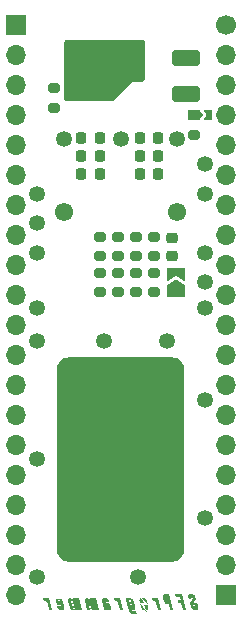
<source format=gbs>
G04 #@! TF.GenerationSoftware,KiCad,Pcbnew,7.0.8*
G04 #@! TF.CreationDate,2023-10-08T00:05:14-04:00*
G04 #@! TF.ProjectId,sfp-snoop,7366702d-736e-46f6-9f70-2e6b69636164,rev?*
G04 #@! TF.SameCoordinates,Original*
G04 #@! TF.FileFunction,Soldermask,Bot*
G04 #@! TF.FilePolarity,Negative*
%FSLAX46Y46*%
G04 Gerber Fmt 4.6, Leading zero omitted, Abs format (unit mm)*
G04 Created by KiCad (PCBNEW 7.0.8) date 2023-10-08 00:05:14*
%MOMM*%
%LPD*%
G01*
G04 APERTURE LIST*
G04 Aperture macros list*
%AMRoundRect*
0 Rectangle with rounded corners*
0 $1 Rounding radius*
0 $2 $3 $4 $5 $6 $7 $8 $9 X,Y pos of 4 corners*
0 Add a 4 corners polygon primitive as box body*
4,1,4,$2,$3,$4,$5,$6,$7,$8,$9,$2,$3,0*
0 Add four circle primitives for the rounded corners*
1,1,$1+$1,$2,$3*
1,1,$1+$1,$4,$5*
1,1,$1+$1,$6,$7*
1,1,$1+$1,$8,$9*
0 Add four rect primitives between the rounded corners*
20,1,$1+$1,$2,$3,$4,$5,0*
20,1,$1+$1,$4,$5,$6,$7,0*
20,1,$1+$1,$6,$7,$8,$9,0*
20,1,$1+$1,$8,$9,$2,$3,0*%
%AMFreePoly0*
4,1,6,1.000000,0.000000,0.500000,-0.750000,-0.500000,-0.750000,-0.500000,0.750000,0.500000,0.750000,1.000000,0.000000,1.000000,0.000000,$1*%
%AMFreePoly1*
4,1,6,0.500000,-0.750000,-0.650000,-0.750000,-0.150000,0.000000,-0.650000,0.750000,0.500000,0.750000,0.500000,-0.750000,0.500000,-0.750000,$1*%
%AMFreePoly2*
4,1,6,0.400000,-0.475000,0.000000,-0.750000,-0.400000,-0.475000,-0.400000,0.475000,0.400000,0.475000,0.400000,-0.475000,0.400000,-0.475000,$1*%
%AMFreePoly3*
4,1,6,0.400000,-0.475000,0.000000,-0.200000,-0.400000,-0.475000,-0.400000,0.275000,0.400000,0.275000,0.400000,-0.475000,0.400000,-0.475000,$1*%
G04 Aperture macros list end*
%ADD10C,0.200000*%
%ADD11C,1.700000*%
%ADD12O,1.700000X1.700000*%
%ADD13R,1.700000X1.700000*%
%ADD14C,1.550000*%
%ADD15C,1.350000*%
%ADD16RoundRect,0.225000X0.225000X0.250000X-0.225000X0.250000X-0.225000X-0.250000X0.225000X-0.250000X0*%
%ADD17RoundRect,0.200000X0.275000X-0.200000X0.275000X0.200000X-0.275000X0.200000X-0.275000X-0.200000X0*%
%ADD18RoundRect,0.200000X-0.275000X0.200000X-0.275000X-0.200000X0.275000X-0.200000X0.275000X0.200000X0*%
%ADD19RoundRect,0.225000X0.250000X-0.225000X0.250000X0.225000X-0.250000X0.225000X-0.250000X-0.225000X0*%
%ADD20RoundRect,0.225000X-0.225000X-0.250000X0.225000X-0.250000X0.225000X0.250000X-0.225000X0.250000X0*%
%ADD21RoundRect,0.250000X-0.925000X0.412500X-0.925000X-0.412500X0.925000X-0.412500X0.925000X0.412500X0*%
%ADD22FreePoly0,90.000000*%
%ADD23FreePoly1,90.000000*%
%ADD24FreePoly2,90.000000*%
%ADD25FreePoly3,270.000000*%
G04 APERTURE END LIST*
D10*
G36*
X144186609Y-112125162D02*
G01*
X144440653Y-112125162D01*
X144409014Y-112000156D01*
X144394435Y-111921989D01*
X144401259Y-111914544D01*
X144414094Y-111911626D01*
X144426522Y-111910637D01*
X144429176Y-111910512D01*
X144441656Y-111910936D01*
X144454620Y-111912755D01*
X144461435Y-111914854D01*
X144472238Y-111921652D01*
X144478496Y-111928193D01*
X144483627Y-111939679D01*
X144487724Y-111952387D01*
X144491721Y-111966309D01*
X144495300Y-111979628D01*
X144499219Y-111994885D01*
X144502380Y-112007601D01*
X144503933Y-112021449D01*
X144505219Y-112034147D01*
X144506518Y-112049288D01*
X144507342Y-112062384D01*
X144507704Y-112075878D01*
X144506964Y-112089400D01*
X144505172Y-112096004D01*
X144498793Y-112107141D01*
X144491868Y-112117869D01*
X144490903Y-112119269D01*
X144483001Y-112131414D01*
X144475306Y-112143267D01*
X144467818Y-112154828D01*
X144460539Y-112166097D01*
X144453467Y-112177074D01*
X144446603Y-112187760D01*
X144433499Y-112208254D01*
X144421226Y-112227580D01*
X144409784Y-112245738D01*
X144399174Y-112262728D01*
X144389394Y-112278550D01*
X144380446Y-112293204D01*
X144372329Y-112306690D01*
X144365043Y-112319008D01*
X144358589Y-112330158D01*
X144350465Y-112344693D01*
X144344212Y-112356599D01*
X144341082Y-112363077D01*
X144335921Y-112375198D01*
X144331447Y-112387989D01*
X144327662Y-112401448D01*
X144324565Y-112415576D01*
X144322156Y-112430373D01*
X144320435Y-112445839D01*
X144319403Y-112461973D01*
X144319081Y-112474513D01*
X144319059Y-112478777D01*
X144319293Y-112492001D01*
X144319997Y-112505967D01*
X144321169Y-112520674D01*
X144322810Y-112536123D01*
X144324920Y-112552313D01*
X144327500Y-112569245D01*
X144330547Y-112586919D01*
X144332840Y-112599113D01*
X144335341Y-112611637D01*
X144338050Y-112624490D01*
X144340968Y-112637673D01*
X144344094Y-112651186D01*
X144345735Y-112658066D01*
X144351768Y-112681483D01*
X144357770Y-112703887D01*
X144363739Y-112725277D01*
X144369678Y-112745655D01*
X144375585Y-112765020D01*
X144381460Y-112783372D01*
X144387304Y-112800711D01*
X144393116Y-112817037D01*
X144398897Y-112832351D01*
X144404647Y-112846651D01*
X144410365Y-112859938D01*
X144416051Y-112872212D01*
X144421706Y-112883473D01*
X144430129Y-112898466D01*
X144438482Y-112911180D01*
X144447112Y-112922692D01*
X144456021Y-112933615D01*
X144465207Y-112943949D01*
X144474672Y-112953695D01*
X144484415Y-112962851D01*
X144494435Y-112971419D01*
X144504734Y-112979398D01*
X144515311Y-112986788D01*
X144526166Y-112993589D01*
X144537300Y-112999801D01*
X144544876Y-113003616D01*
X144557330Y-113010600D01*
X144570961Y-113016898D01*
X144585770Y-113022509D01*
X144601757Y-113027432D01*
X144618922Y-113031669D01*
X144637264Y-113035219D01*
X144650146Y-113037203D01*
X144663552Y-113038883D01*
X144677482Y-113040257D01*
X144691935Y-113041325D01*
X144706911Y-113042089D01*
X144722411Y-113042547D01*
X144738434Y-113042700D01*
X144754182Y-113042553D01*
X144769244Y-113042113D01*
X144783621Y-113041380D01*
X144797311Y-113040354D01*
X144810316Y-113039034D01*
X144822635Y-113037421D01*
X144839828Y-113034453D01*
X144855478Y-113030824D01*
X144869584Y-113026535D01*
X144882148Y-113021587D01*
X144896499Y-113013963D01*
X144908107Y-113005167D01*
X144919821Y-112996937D01*
X144930460Y-112987602D01*
X144940022Y-112977163D01*
X144948509Y-112965618D01*
X144955919Y-112952968D01*
X144962254Y-112939213D01*
X144967513Y-112924353D01*
X144971695Y-112908388D01*
X144973567Y-112895416D01*
X144974414Y-112880231D01*
X144974236Y-112862832D01*
X144973548Y-112850003D01*
X144972404Y-112836190D01*
X144970805Y-112821393D01*
X144968750Y-112805612D01*
X144966239Y-112788847D01*
X144963273Y-112771099D01*
X144959851Y-112752366D01*
X144955974Y-112732650D01*
X144951641Y-112711950D01*
X144946852Y-112690265D01*
X144941608Y-112667597D01*
X144938815Y-112655895D01*
X144896940Y-112486842D01*
X144644757Y-112486842D01*
X144711758Y-112754845D01*
X144711758Y-112767365D01*
X144711758Y-112772525D01*
X144703072Y-112781211D01*
X144691033Y-112784722D01*
X144677773Y-112785536D01*
X144675155Y-112785553D01*
X144662590Y-112785220D01*
X144649681Y-112783634D01*
X144644757Y-112782141D01*
X144634305Y-112774571D01*
X144628937Y-112769113D01*
X144622758Y-112758087D01*
X144620562Y-112752053D01*
X144583650Y-112598820D01*
X144580674Y-112585870D01*
X144577910Y-112573542D01*
X144574556Y-112558071D01*
X144571580Y-112543706D01*
X144568982Y-112530445D01*
X144566267Y-112515423D01*
X144564142Y-112502128D01*
X144562867Y-112492735D01*
X144563473Y-112479395D01*
X144565799Y-112467065D01*
X144569071Y-112459855D01*
X144575925Y-112449268D01*
X144582409Y-112438763D01*
X144592253Y-112423437D01*
X144601815Y-112408481D01*
X144611097Y-112393892D01*
X144620097Y-112379672D01*
X144628816Y-112365820D01*
X144637254Y-112352336D01*
X144645411Y-112339221D01*
X144653287Y-112326474D01*
X144660882Y-112314096D01*
X144668195Y-112302086D01*
X144675228Y-112290444D01*
X144681979Y-112279171D01*
X144688450Y-112268266D01*
X144700547Y-112247561D01*
X144711520Y-112228329D01*
X144721369Y-112210571D01*
X144730093Y-112194286D01*
X144737692Y-112179474D01*
X144744167Y-112166136D01*
X144749518Y-112154271D01*
X144755436Y-112139237D01*
X144757976Y-112131056D01*
X144761344Y-112117514D01*
X144763695Y-112103255D01*
X144765028Y-112088279D01*
X144765343Y-112072585D01*
X144764640Y-112056174D01*
X144763445Y-112043395D01*
X144761677Y-112030213D01*
X144759337Y-112016627D01*
X144756425Y-112002638D01*
X144732850Y-111912373D01*
X144728561Y-111898618D01*
X144723448Y-111884960D01*
X144717511Y-111871399D01*
X144710749Y-111857935D01*
X144703164Y-111844568D01*
X144694755Y-111831297D01*
X144685522Y-111818124D01*
X144675465Y-111805048D01*
X144666885Y-111795146D01*
X144658010Y-111785680D01*
X144648841Y-111776651D01*
X144639377Y-111768058D01*
X144629619Y-111759901D01*
X144619566Y-111752180D01*
X144609219Y-111744895D01*
X144598578Y-111738047D01*
X144587642Y-111731635D01*
X144576411Y-111725659D01*
X144568761Y-111721917D01*
X144556363Y-111716706D01*
X144542781Y-111712008D01*
X144528017Y-111707822D01*
X144512069Y-111704149D01*
X144494938Y-111700989D01*
X144476624Y-111698340D01*
X144463757Y-111696860D01*
X144450364Y-111695607D01*
X144436446Y-111694582D01*
X144422002Y-111693785D01*
X144407031Y-111693215D01*
X144391535Y-111692873D01*
X144375513Y-111692760D01*
X144360012Y-111692867D01*
X144345149Y-111693191D01*
X144330922Y-111693730D01*
X144317334Y-111694485D01*
X144304382Y-111695455D01*
X144286150Y-111697316D01*
X144269351Y-111699661D01*
X144253987Y-111702492D01*
X144240057Y-111705808D01*
X144227560Y-111709609D01*
X144213129Y-111715433D01*
X144203979Y-111720366D01*
X144192352Y-111728368D01*
X144181665Y-111737175D01*
X144171918Y-111746786D01*
X144163112Y-111757201D01*
X144155246Y-111768421D01*
X144148320Y-111780446D01*
X144142334Y-111793275D01*
X144137289Y-111806909D01*
X144133881Y-111821241D01*
X144131880Y-111837559D01*
X144131301Y-111851103D01*
X144131513Y-111865763D01*
X144132515Y-111881542D01*
X144134308Y-111898439D01*
X144136891Y-111916453D01*
X144139053Y-111929083D01*
X144141566Y-111942211D01*
X144144430Y-111955835D01*
X144147646Y-111969956D01*
X144149386Y-111977202D01*
X144186609Y-112125162D01*
G37*
G36*
X143026814Y-111692760D02*
G01*
X143080477Y-111911132D01*
X143426027Y-111911132D01*
X143506986Y-112228765D01*
X143239603Y-112228765D01*
X143297609Y-112466990D01*
X143564991Y-112466990D01*
X143709849Y-113042700D01*
X143963893Y-113042700D01*
X143624547Y-111692760D01*
X143026814Y-111692760D01*
G37*
G36*
X142890641Y-113042700D02*
G01*
X142636597Y-113042700D01*
X142507869Y-112526856D01*
X142506357Y-112528892D01*
X142496082Y-112536162D01*
X142483989Y-112543214D01*
X142471596Y-112549325D01*
X142458903Y-112554497D01*
X142445909Y-112558728D01*
X142432614Y-112562019D01*
X142419019Y-112564370D01*
X142405124Y-112565780D01*
X142390928Y-112566250D01*
X142377289Y-112565824D01*
X142363515Y-112564544D01*
X142349605Y-112562412D01*
X142335559Y-112559426D01*
X142321378Y-112555587D01*
X142307061Y-112550896D01*
X142292608Y-112545351D01*
X142278019Y-112538954D01*
X142270481Y-112535093D01*
X142259406Y-112528930D01*
X142248609Y-112522320D01*
X142238091Y-112515262D01*
X142227850Y-112507758D01*
X142217887Y-112499806D01*
X142208203Y-112491407D01*
X142198796Y-112482562D01*
X142189668Y-112473269D01*
X142180817Y-112463529D01*
X142172245Y-112453342D01*
X142166964Y-112446582D01*
X142159453Y-112436392D01*
X142152432Y-112426142D01*
X142143834Y-112412382D01*
X142136108Y-112398516D01*
X142129255Y-112384543D01*
X142123274Y-112370463D01*
X142118166Y-112356277D01*
X142113930Y-112341984D01*
X142015733Y-111941531D01*
X142267473Y-111941531D01*
X142351224Y-112274983D01*
X142353266Y-112280248D01*
X142360219Y-112291113D01*
X142366776Y-112297855D01*
X142377280Y-112304761D01*
X142382868Y-112306411D01*
X142395273Y-112307840D01*
X142408298Y-112308173D01*
X142413722Y-112308110D01*
X142426187Y-112307287D01*
X142438387Y-112304141D01*
X142446141Y-112294525D01*
X142446141Y-112290337D01*
X142446141Y-112277775D01*
X142352464Y-111911132D01*
X142303765Y-111911132D01*
X142300962Y-111911221D01*
X142287930Y-111912097D01*
X142274917Y-111915165D01*
X142267473Y-111924160D01*
X142267473Y-111928619D01*
X142267473Y-111941531D01*
X142015733Y-111941531D01*
X142010637Y-111920748D01*
X142007908Y-111906504D01*
X142006081Y-111892308D01*
X142005155Y-111878160D01*
X142005131Y-111864061D01*
X142006008Y-111850011D01*
X142007787Y-111836008D01*
X142010467Y-111822055D01*
X142014049Y-111808150D01*
X142018949Y-111794230D01*
X142024809Y-111781163D01*
X142031628Y-111768950D01*
X142039407Y-111757589D01*
X142048145Y-111747081D01*
X142057844Y-111737427D01*
X142068501Y-111728625D01*
X142080119Y-111720676D01*
X142091707Y-111714133D01*
X142103519Y-111708463D01*
X142115553Y-111703665D01*
X142127810Y-111699739D01*
X142140291Y-111696685D01*
X142152994Y-111694504D01*
X142165920Y-111693196D01*
X142179069Y-111692760D01*
X142553156Y-111692760D01*
X142890641Y-113042700D01*
G37*
G36*
X141116984Y-112289252D02*
G01*
X141130749Y-112286750D01*
X141144513Y-112284672D01*
X141158278Y-112283018D01*
X141172042Y-112281788D01*
X141185807Y-112280982D01*
X141199572Y-112280600D01*
X141205077Y-112280567D01*
X141218791Y-112281180D01*
X141232595Y-112283020D01*
X141246489Y-112286087D01*
X141260475Y-112290381D01*
X141274552Y-112295902D01*
X141285879Y-112301202D01*
X141294412Y-112305692D01*
X141305331Y-112311934D01*
X141317849Y-112319628D01*
X141329110Y-112327201D01*
X141339114Y-112334653D01*
X141349460Y-112343435D01*
X141359241Y-112353461D01*
X141367195Y-112363069D01*
X141375158Y-112373649D01*
X141382680Y-112385042D01*
X141388089Y-112394716D01*
X141393249Y-112406461D01*
X141397713Y-112419043D01*
X141401524Y-112431706D01*
X141404719Y-112443789D01*
X141405769Y-112448068D01*
X141553419Y-113042700D01*
X141807463Y-113042700D01*
X141561174Y-112050097D01*
X141324500Y-112050097D01*
X141366686Y-112179755D01*
X141361031Y-112166903D01*
X141354886Y-112154634D01*
X141348251Y-112142948D01*
X141341124Y-112131846D01*
X141333507Y-112121327D01*
X141325399Y-112111391D01*
X141316800Y-112102039D01*
X141307711Y-112093271D01*
X141298131Y-112085086D01*
X141288060Y-112077484D01*
X141281074Y-112072740D01*
X141270398Y-112066076D01*
X141256061Y-112057986D01*
X141241608Y-112050808D01*
X141227039Y-112044542D01*
X141212354Y-112039186D01*
X141197552Y-112034742D01*
X141182634Y-112031208D01*
X141167599Y-112028586D01*
X141163822Y-112028073D01*
X141148841Y-112026256D01*
X141134141Y-112024681D01*
X141119722Y-112023348D01*
X141105585Y-112022257D01*
X141091728Y-112021409D01*
X141078152Y-112020803D01*
X141064858Y-112020440D01*
X141051844Y-112020318D01*
X141116984Y-112289252D01*
G37*
G36*
X140103598Y-112051027D02*
G01*
X140092047Y-112056873D01*
X140085607Y-112060643D01*
X140074063Y-112068727D01*
X140063468Y-112077626D01*
X140053823Y-112087339D01*
X140045128Y-112097866D01*
X140037383Y-112109207D01*
X140030588Y-112121362D01*
X140024743Y-112134332D01*
X140019848Y-112148116D01*
X140015990Y-112161730D01*
X140013101Y-112175432D01*
X140011182Y-112189221D01*
X140010232Y-112203097D01*
X140010251Y-112217060D01*
X140011240Y-112231111D01*
X140013198Y-112245249D01*
X140016125Y-112259474D01*
X140066686Y-112462647D01*
X140374393Y-112462647D01*
X140067617Y-111864604D01*
X140103598Y-112051027D01*
G37*
G36*
X140614479Y-112252029D02*
G01*
X140610882Y-112240083D01*
X140606838Y-112228322D01*
X140602347Y-112216746D01*
X140597409Y-112205356D01*
X140592023Y-112194151D01*
X140586191Y-112183131D01*
X140579912Y-112172297D01*
X140573185Y-112161648D01*
X140566011Y-112151185D01*
X140558390Y-112140907D01*
X140553061Y-112134158D01*
X140544764Y-112124294D01*
X140536155Y-112114943D01*
X140527236Y-112106104D01*
X140518005Y-112097778D01*
X140505215Y-112087474D01*
X140491872Y-112078081D01*
X140477976Y-112069600D01*
X140463528Y-112062029D01*
X140448528Y-112055370D01*
X140433266Y-112049481D01*
X140418188Y-112044377D01*
X140403294Y-112040059D01*
X140388584Y-112036526D01*
X140374058Y-112033778D01*
X140359717Y-112031815D01*
X140345560Y-112030637D01*
X140331587Y-112030245D01*
X140192312Y-112030245D01*
X140704433Y-112609056D01*
X140614479Y-112252029D01*
G37*
G36*
X140547478Y-113042700D02*
G01*
X140563860Y-113042419D01*
X140579506Y-113041576D01*
X140594416Y-113040172D01*
X140608590Y-113038207D01*
X140622028Y-113035679D01*
X140634729Y-113032591D01*
X140646695Y-113028940D01*
X140661504Y-113023199D01*
X140675005Y-113016460D01*
X140684271Y-113010750D01*
X140696020Y-113002574D01*
X140706760Y-112993554D01*
X140716492Y-112983691D01*
X140725216Y-112972985D01*
X140732932Y-112961435D01*
X140739640Y-112949042D01*
X140745339Y-112935806D01*
X140750031Y-112921726D01*
X140753395Y-112907787D01*
X140755886Y-112893732D01*
X140757505Y-112879560D01*
X140758251Y-112865272D01*
X140758125Y-112850867D01*
X140757127Y-112836347D01*
X140755256Y-112821710D01*
X140752513Y-112806956D01*
X140698540Y-112586102D01*
X140387731Y-112586102D01*
X140547478Y-113042700D01*
G37*
G36*
X140058621Y-112433179D02*
G01*
X140154159Y-112818433D01*
X140158521Y-112834380D01*
X140163232Y-112849651D01*
X140168292Y-112864245D01*
X140173701Y-112878164D01*
X140179459Y-112891406D01*
X140185566Y-112903973D01*
X140192022Y-112915863D01*
X140198826Y-112927077D01*
X140205980Y-112937615D01*
X140216061Y-112950614D01*
X140218678Y-112953675D01*
X140229297Y-112965264D01*
X140240217Y-112975990D01*
X140251437Y-112985853D01*
X140262958Y-112994853D01*
X140274779Y-113002991D01*
X140286900Y-113010265D01*
X140299322Y-113016678D01*
X140312045Y-113022227D01*
X140324695Y-113027025D01*
X140336899Y-113031184D01*
X140351527Y-113035482D01*
X140365458Y-113038781D01*
X140378693Y-113041080D01*
X140391230Y-113042380D01*
X140400759Y-113042700D01*
X140628437Y-113238118D01*
X140058621Y-112433179D01*
G37*
G36*
X139190548Y-112050202D02*
G01*
X139206257Y-112050518D01*
X139221402Y-112051045D01*
X139235982Y-112051783D01*
X139249997Y-112052732D01*
X139263448Y-112053892D01*
X139276334Y-112055262D01*
X139294605Y-112057713D01*
X139311605Y-112060638D01*
X139327335Y-112064038D01*
X139341794Y-112067912D01*
X139354983Y-112072260D01*
X139366901Y-112077083D01*
X139374358Y-112080573D01*
X139388878Y-112088250D01*
X139402876Y-112096857D01*
X139416349Y-112106396D01*
X139426111Y-112114160D01*
X139435579Y-112122448D01*
X139444752Y-112131259D01*
X139453630Y-112140594D01*
X139462214Y-112150452D01*
X139470504Y-112160834D01*
X139473257Y-112164620D01*
X139481991Y-112179077D01*
X139488206Y-112191295D01*
X139494737Y-112205579D01*
X139501583Y-112221926D01*
X139508744Y-112240339D01*
X139516220Y-112260816D01*
X139524011Y-112283358D01*
X139528025Y-112295404D01*
X139532117Y-112307965D01*
X139536289Y-112321043D01*
X139540539Y-112334636D01*
X139544867Y-112348746D01*
X139549275Y-112363372D01*
X139553761Y-112378515D01*
X139558326Y-112394173D01*
X139562970Y-112410348D01*
X139567692Y-112427039D01*
X139572493Y-112444245D01*
X139577373Y-112461969D01*
X139582332Y-112480208D01*
X139587370Y-112498963D01*
X139592486Y-112518235D01*
X139597681Y-112538023D01*
X139602807Y-112557817D01*
X139607755Y-112577109D01*
X139612525Y-112595898D01*
X139617116Y-112614184D01*
X139621530Y-112631967D01*
X139625765Y-112649247D01*
X139629823Y-112666025D01*
X139633702Y-112682299D01*
X139637403Y-112698071D01*
X139640926Y-112713340D01*
X139644271Y-112728106D01*
X139647437Y-112742369D01*
X139650426Y-112756130D01*
X139653236Y-112769387D01*
X139655869Y-112782142D01*
X139658323Y-112794394D01*
X139662697Y-112817389D01*
X139666359Y-112838373D01*
X139669308Y-112857345D01*
X139671545Y-112874306D01*
X139673069Y-112889256D01*
X139674020Y-112907909D01*
X139673367Y-112922036D01*
X139670672Y-112937245D01*
X139666620Y-112951388D01*
X139661212Y-112964464D01*
X139654446Y-112976474D01*
X139646323Y-112987418D01*
X139636842Y-112997296D01*
X139626005Y-113006107D01*
X139613811Y-113013852D01*
X139600861Y-113020613D01*
X139587755Y-113026473D01*
X139574495Y-113031431D01*
X139561079Y-113035488D01*
X139547508Y-113038643D01*
X139533782Y-113040897D01*
X139519901Y-113042249D01*
X139505865Y-113042700D01*
X139491834Y-113042186D01*
X139477968Y-113040645D01*
X139464266Y-113038076D01*
X139450729Y-113034480D01*
X139437357Y-113029856D01*
X139424150Y-113024205D01*
X139411108Y-113017526D01*
X139398230Y-113009820D01*
X139386176Y-113002041D01*
X139375606Y-112995144D01*
X139364478Y-112987763D01*
X139354184Y-112980726D01*
X139343327Y-112972287D01*
X139372174Y-113092640D01*
X139373489Y-113096896D01*
X139377859Y-113108852D01*
X139384679Y-113122903D01*
X139392632Y-113134792D01*
X139401720Y-113144519D01*
X139411941Y-113152085D01*
X139423297Y-113157489D01*
X139435787Y-113160731D01*
X139449411Y-113161812D01*
X139722067Y-113161812D01*
X139772938Y-113360332D01*
X139414050Y-113360332D01*
X139406708Y-113360214D01*
X139391945Y-113359264D01*
X139377075Y-113357364D01*
X139362099Y-113354514D01*
X139347016Y-113350714D01*
X139331827Y-113345964D01*
X139316530Y-113340265D01*
X139304988Y-113335367D01*
X139293386Y-113329934D01*
X139285705Y-113326154D01*
X139274461Y-113320119D01*
X139263550Y-113313649D01*
X139252971Y-113306743D01*
X139242725Y-113299400D01*
X139232811Y-113291621D01*
X139223230Y-113283406D01*
X139213982Y-113274754D01*
X139205066Y-113265667D01*
X139196483Y-113256143D01*
X139188232Y-113246183D01*
X139185583Y-113242845D01*
X139177943Y-113232782D01*
X139168477Y-113219255D01*
X139159836Y-113205602D01*
X139152018Y-113191823D01*
X139145024Y-113177917D01*
X139138854Y-113163886D01*
X139133508Y-113149729D01*
X139128986Y-113135446D01*
X138885978Y-112169209D01*
X139142014Y-112169209D01*
X139292146Y-112762289D01*
X139292670Y-112764425D01*
X139295839Y-112776551D01*
X139299592Y-112789210D01*
X139303954Y-112801715D01*
X139309516Y-112814401D01*
X139316053Y-112825324D01*
X139324013Y-112836150D01*
X139332780Y-112845730D01*
X139335853Y-112848274D01*
X139347202Y-112853522D01*
X139359650Y-112855908D01*
X139373105Y-112856586D01*
X139379410Y-112856470D01*
X139391993Y-112855162D01*
X139403193Y-112849142D01*
X139405159Y-112845240D01*
X139408891Y-112833027D01*
X139410017Y-112819984D01*
X139410009Y-112818844D01*
X139409027Y-112805709D01*
X139407065Y-112792934D01*
X139404488Y-112780101D01*
X139401642Y-112767873D01*
X139276636Y-112269710D01*
X139273510Y-112257797D01*
X139269752Y-112244514D01*
X139265463Y-112230933D01*
X139260762Y-112218342D01*
X139254613Y-112206432D01*
X139247152Y-112197445D01*
X139237566Y-112188825D01*
X139227006Y-112181306D01*
X139215531Y-112175458D01*
X139203642Y-112171867D01*
X139190164Y-112169788D01*
X139177066Y-112169209D01*
X139142014Y-112169209D01*
X138885978Y-112169209D01*
X138856021Y-112050097D01*
X139174274Y-112050097D01*
X139190548Y-112050202D01*
G37*
G36*
X137944377Y-112289252D02*
G01*
X137958141Y-112286750D01*
X137971906Y-112284672D01*
X137985671Y-112283018D01*
X137999435Y-112281788D01*
X138013200Y-112280982D01*
X138026965Y-112280600D01*
X138032470Y-112280567D01*
X138046183Y-112281180D01*
X138059987Y-112283020D01*
X138073882Y-112286087D01*
X138087868Y-112290381D01*
X138101945Y-112295902D01*
X138113271Y-112301202D01*
X138121805Y-112305692D01*
X138132724Y-112311934D01*
X138145242Y-112319628D01*
X138156503Y-112327201D01*
X138166507Y-112334653D01*
X138176852Y-112343435D01*
X138186634Y-112353461D01*
X138194588Y-112363069D01*
X138202551Y-112373649D01*
X138210073Y-112385042D01*
X138215482Y-112394716D01*
X138220642Y-112406461D01*
X138225106Y-112419043D01*
X138228917Y-112431706D01*
X138232112Y-112443789D01*
X138233162Y-112448068D01*
X138380812Y-113042700D01*
X138634856Y-113042700D01*
X138388567Y-112050097D01*
X138151893Y-112050097D01*
X138194079Y-112179755D01*
X138188424Y-112166903D01*
X138182279Y-112154634D01*
X138175644Y-112142948D01*
X138168517Y-112131846D01*
X138160900Y-112121327D01*
X138152792Y-112111391D01*
X138144193Y-112102039D01*
X138135104Y-112093271D01*
X138125524Y-112085086D01*
X138115453Y-112077484D01*
X138108467Y-112072740D01*
X138097790Y-112066076D01*
X138083454Y-112057986D01*
X138069001Y-112050808D01*
X138054432Y-112044542D01*
X138039746Y-112039186D01*
X138024945Y-112034742D01*
X138010027Y-112031208D01*
X137994992Y-112028586D01*
X137991215Y-112028073D01*
X137976234Y-112026256D01*
X137961534Y-112024681D01*
X137947115Y-112023348D01*
X137932977Y-112022257D01*
X137919121Y-112021409D01*
X137905545Y-112020803D01*
X137892251Y-112020440D01*
X137879237Y-112020318D01*
X137944377Y-112289252D01*
G37*
G36*
X137175333Y-112050518D02*
G01*
X137188719Y-112051783D01*
X137202241Y-112053892D01*
X137215899Y-112056843D01*
X137229693Y-112060638D01*
X137243622Y-112065276D01*
X137257688Y-112070758D01*
X137271888Y-112077083D01*
X137279463Y-112080791D01*
X137290583Y-112086734D01*
X137301414Y-112093135D01*
X137311957Y-112099994D01*
X137322210Y-112107312D01*
X137332175Y-112115087D01*
X137341850Y-112123320D01*
X137351237Y-112132012D01*
X137360334Y-112141161D01*
X137369143Y-112150768D01*
X137377663Y-112160834D01*
X137380236Y-112164190D01*
X137387657Y-112174288D01*
X137396856Y-112187820D01*
X137405260Y-112201430D01*
X137412869Y-112215117D01*
X137419683Y-112228881D01*
X137425703Y-112242724D01*
X137430928Y-112256643D01*
X137435358Y-112270641D01*
X137458312Y-112365248D01*
X137223499Y-112365248D01*
X137201165Y-112277465D01*
X137197442Y-112264184D01*
X137193600Y-112252299D01*
X137189063Y-112240425D01*
X137183174Y-112228145D01*
X137176934Y-112217803D01*
X137169091Y-112207617D01*
X137160221Y-112198677D01*
X137159620Y-112198085D01*
X137148338Y-112192103D01*
X137135270Y-112189662D01*
X137122067Y-112189061D01*
X137115752Y-112189182D01*
X137103060Y-112190545D01*
X137091359Y-112196816D01*
X137090195Y-112198953D01*
X137086092Y-112210949D01*
X137084845Y-112224112D01*
X137085097Y-112230839D01*
X137086581Y-112244004D01*
X137088877Y-112257302D01*
X137138197Y-112447138D01*
X137201165Y-112447138D01*
X137217327Y-112447244D01*
X137232931Y-112447564D01*
X137247977Y-112448097D01*
X137262466Y-112448844D01*
X137276398Y-112449803D01*
X137289773Y-112450976D01*
X137302590Y-112452362D01*
X137320770Y-112454842D01*
X137337697Y-112457800D01*
X137353369Y-112461239D01*
X137367787Y-112465158D01*
X137380952Y-112469556D01*
X137392862Y-112474434D01*
X137400318Y-112477924D01*
X137414839Y-112485601D01*
X137428836Y-112494209D01*
X137442310Y-112503747D01*
X137452072Y-112511512D01*
X137461540Y-112519799D01*
X137470712Y-112528611D01*
X137479591Y-112537945D01*
X137488175Y-112547804D01*
X137496465Y-112558185D01*
X137504517Y-112569346D01*
X137512390Y-112581657D01*
X137520082Y-112595118D01*
X137527595Y-112609730D01*
X137534928Y-112625492D01*
X137542081Y-112642405D01*
X137546749Y-112654319D01*
X137551338Y-112666745D01*
X137555846Y-112679682D01*
X137560275Y-112693130D01*
X137564624Y-112707090D01*
X137568893Y-112721561D01*
X137573081Y-112736544D01*
X137577070Y-112751516D01*
X137580739Y-112766036D01*
X137584088Y-112780102D01*
X137587117Y-112793715D01*
X137589827Y-112806875D01*
X137592216Y-112819582D01*
X137594286Y-112831836D01*
X137596790Y-112849366D01*
X137598575Y-112865878D01*
X137599640Y-112881369D01*
X137599985Y-112895841D01*
X137599611Y-112909293D01*
X137598517Y-112921726D01*
X137595822Y-112937008D01*
X137591770Y-112951213D01*
X137586361Y-112964343D01*
X137579595Y-112976397D01*
X137571472Y-112987374D01*
X137561992Y-112997276D01*
X137551155Y-113006102D01*
X137538961Y-113013852D01*
X137526015Y-113020613D01*
X137512924Y-113026473D01*
X137499688Y-113031431D01*
X137486306Y-113035488D01*
X137472779Y-113038643D01*
X137459106Y-113040897D01*
X137445289Y-113042249D01*
X137431325Y-113042700D01*
X137417294Y-113042249D01*
X137403428Y-113040897D01*
X137389726Y-113038643D01*
X137376189Y-113035488D01*
X137362817Y-113031431D01*
X137349610Y-113026473D01*
X137336568Y-113020613D01*
X137323690Y-113013852D01*
X137314444Y-113008650D01*
X137300852Y-113000902D01*
X137289532Y-112994304D01*
X137277501Y-112987001D01*
X137267236Y-112979731D01*
X137281814Y-113042700D01*
X137031492Y-113042700D01*
X136912767Y-112566250D01*
X137169216Y-112566250D01*
X137216675Y-112767252D01*
X137217727Y-112771682D01*
X137220940Y-112784157D01*
X137224799Y-112797168D01*
X137229355Y-112810002D01*
X137234666Y-112821845D01*
X137235289Y-112823023D01*
X137241893Y-112834267D01*
X137249163Y-112844542D01*
X137257930Y-112854725D01*
X137259354Y-112856078D01*
X137270695Y-112862359D01*
X137283811Y-112865194D01*
X137296703Y-112865892D01*
X137301337Y-112865821D01*
X137315015Y-112864348D01*
X137326171Y-112857827D01*
X137328830Y-112851996D01*
X137332036Y-112839749D01*
X137332995Y-112826808D01*
X137332963Y-112824412D01*
X137332006Y-112811887D01*
X137330043Y-112798365D01*
X137327467Y-112784688D01*
X137324620Y-112771595D01*
X137301977Y-112671714D01*
X137298855Y-112659210D01*
X137295117Y-112645269D01*
X137290872Y-112631020D01*
X137286249Y-112617814D01*
X137280263Y-112605334D01*
X137272840Y-112595921D01*
X137263363Y-112586874D01*
X137252967Y-112578968D01*
X137243138Y-112573404D01*
X137230087Y-112569045D01*
X137216715Y-112566859D01*
X137203647Y-112566250D01*
X137169216Y-112566250D01*
X136912767Y-112566250D01*
X136841037Y-112278395D01*
X136838095Y-112264228D01*
X136836093Y-112250110D01*
X136835032Y-112236040D01*
X136834910Y-112222018D01*
X136835730Y-112208045D01*
X136837489Y-112194121D01*
X136840188Y-112180245D01*
X136843828Y-112166417D01*
X136848942Y-112152725D01*
X136854976Y-112139877D01*
X136861931Y-112127871D01*
X136869807Y-112116710D01*
X136878603Y-112106391D01*
X136888321Y-112096916D01*
X136898960Y-112088284D01*
X136910519Y-112080495D01*
X136922829Y-112073370D01*
X136935411Y-112067196D01*
X136948265Y-112061971D01*
X136961390Y-112057696D01*
X136974786Y-112054371D01*
X136988454Y-112051996D01*
X137002393Y-112050572D01*
X137016603Y-112050097D01*
X137162082Y-112050097D01*
X137175333Y-112050518D01*
G37*
G36*
X136206081Y-113042700D02*
G01*
X136025551Y-112312826D01*
X136022494Y-112300387D01*
X136019727Y-112287363D01*
X136017619Y-112274442D01*
X136016565Y-112261235D01*
X136016556Y-112260094D01*
X136017733Y-112246851D01*
X136021635Y-112234535D01*
X136023690Y-112230626D01*
X136034314Y-112223788D01*
X136044783Y-112222872D01*
X136057758Y-112224191D01*
X136069405Y-112228640D01*
X136076422Y-112234038D01*
X136085189Y-112243515D01*
X136093149Y-112254457D01*
X136099686Y-112265678D01*
X136104746Y-112277147D01*
X136109244Y-112289608D01*
X136113180Y-112302260D01*
X136116553Y-112314405D01*
X136117677Y-112318720D01*
X136297587Y-113042700D01*
X136551631Y-113042700D01*
X136305341Y-112050097D01*
X136051297Y-112050097D01*
X136084797Y-112144704D01*
X136079465Y-112131302D01*
X136073272Y-112119917D01*
X136065488Y-112108334D01*
X136056114Y-112096555D01*
X136047470Y-112086991D01*
X136037808Y-112077300D01*
X136029894Y-112069949D01*
X136018674Y-112060643D01*
X136007037Y-112052578D01*
X135994983Y-112045754D01*
X135982513Y-112040171D01*
X135969625Y-112035828D01*
X135956321Y-112032726D01*
X135942600Y-112030865D01*
X135928462Y-112030245D01*
X135914281Y-112030705D01*
X135900429Y-112032086D01*
X135886907Y-112034388D01*
X135873714Y-112037611D01*
X135860851Y-112041755D01*
X135848317Y-112046820D01*
X135836113Y-112052806D01*
X135824239Y-112059712D01*
X135812946Y-112067651D01*
X135802642Y-112076734D01*
X135793327Y-112086961D01*
X135785000Y-112098331D01*
X135777662Y-112110845D01*
X135771313Y-112124503D01*
X135765953Y-112139305D01*
X135761581Y-112155250D01*
X135763487Y-112167590D01*
X135763752Y-112167658D01*
X135746072Y-112136949D01*
X135737787Y-112125783D01*
X135729601Y-112115944D01*
X135720248Y-112105620D01*
X135709730Y-112094812D01*
X135700475Y-112085817D01*
X135690474Y-112076511D01*
X135682483Y-112069328D01*
X135671340Y-112060168D01*
X135659781Y-112052229D01*
X135647805Y-112045512D01*
X135635412Y-112040015D01*
X135622602Y-112035741D01*
X135609375Y-112032687D01*
X135595732Y-112030855D01*
X135581672Y-112030245D01*
X135567563Y-112030705D01*
X135553774Y-112032086D01*
X135540305Y-112034388D01*
X135527156Y-112037611D01*
X135514327Y-112041755D01*
X135501818Y-112046820D01*
X135489628Y-112052806D01*
X135477759Y-112059712D01*
X135466553Y-112067554D01*
X135456356Y-112076501D01*
X135447166Y-112086553D01*
X135438985Y-112097710D01*
X135431812Y-112109973D01*
X135425647Y-112123340D01*
X135420490Y-112137812D01*
X135416341Y-112153389D01*
X135413938Y-112165745D01*
X135412194Y-112178733D01*
X135411110Y-112192353D01*
X135410685Y-112206606D01*
X135410921Y-112221491D01*
X135411816Y-112237009D01*
X135413371Y-112253160D01*
X135415585Y-112269943D01*
X135418460Y-112287358D01*
X135421994Y-112305406D01*
X135424716Y-112317789D01*
X135604626Y-113042700D01*
X135859601Y-113042700D01*
X135678140Y-112312826D01*
X135675083Y-112300387D01*
X135672316Y-112287363D01*
X135670208Y-112274442D01*
X135669154Y-112261235D01*
X135669145Y-112260094D01*
X135670322Y-112246851D01*
X135674224Y-112234535D01*
X135676279Y-112230626D01*
X135687170Y-112223788D01*
X135697992Y-112222872D01*
X135710791Y-112224191D01*
X135723176Y-112229153D01*
X135729321Y-112234038D01*
X135738265Y-112243655D01*
X135746328Y-112254591D01*
X135752896Y-112265678D01*
X135757956Y-112277147D01*
X135762453Y-112289608D01*
X135766389Y-112302260D01*
X135769762Y-112314405D01*
X135770887Y-112318720D01*
X135951726Y-113042700D01*
X136206081Y-113042700D01*
G37*
G36*
X134781696Y-113042700D02*
G01*
X134601166Y-112312826D01*
X134598109Y-112300387D01*
X134595342Y-112287363D01*
X134593234Y-112274442D01*
X134592179Y-112261235D01*
X134592171Y-112260094D01*
X134593348Y-112246851D01*
X134597250Y-112234535D01*
X134599305Y-112230626D01*
X134609928Y-112223788D01*
X134620398Y-112222872D01*
X134633373Y-112224191D01*
X134645020Y-112228640D01*
X134652037Y-112234038D01*
X134660804Y-112243515D01*
X134668764Y-112254457D01*
X134675301Y-112265678D01*
X134680361Y-112277147D01*
X134684859Y-112289608D01*
X134688794Y-112302260D01*
X134692168Y-112314405D01*
X134693292Y-112318720D01*
X134873201Y-113042700D01*
X135127246Y-113042700D01*
X134880956Y-112050097D01*
X134626912Y-112050097D01*
X134660412Y-112144704D01*
X134655080Y-112131302D01*
X134648886Y-112119917D01*
X134641103Y-112108334D01*
X134631729Y-112096555D01*
X134623085Y-112086991D01*
X134613423Y-112077300D01*
X134605509Y-112069949D01*
X134594289Y-112060643D01*
X134582652Y-112052578D01*
X134570598Y-112045754D01*
X134558127Y-112040171D01*
X134545240Y-112035828D01*
X134531936Y-112032726D01*
X134518215Y-112030865D01*
X134504077Y-112030245D01*
X134489896Y-112030705D01*
X134476044Y-112032086D01*
X134462522Y-112034388D01*
X134449329Y-112037611D01*
X134436466Y-112041755D01*
X134423932Y-112046820D01*
X134411728Y-112052806D01*
X134399854Y-112059712D01*
X134388561Y-112067651D01*
X134378257Y-112076734D01*
X134368942Y-112086961D01*
X134360615Y-112098331D01*
X134353277Y-112110845D01*
X134346928Y-112124503D01*
X134341567Y-112139305D01*
X134337196Y-112155250D01*
X134339102Y-112167590D01*
X134339367Y-112167658D01*
X134321686Y-112136949D01*
X134313402Y-112125783D01*
X134305216Y-112115944D01*
X134295863Y-112105620D01*
X134285344Y-112094812D01*
X134276090Y-112085817D01*
X134266088Y-112076511D01*
X134258098Y-112069328D01*
X134246955Y-112060168D01*
X134235396Y-112052229D01*
X134223420Y-112045512D01*
X134211027Y-112040015D01*
X134198217Y-112035741D01*
X134184990Y-112032687D01*
X134171347Y-112030855D01*
X134157286Y-112030245D01*
X134143178Y-112030705D01*
X134129389Y-112032086D01*
X134115920Y-112034388D01*
X134102771Y-112037611D01*
X134089942Y-112041755D01*
X134077432Y-112046820D01*
X134065243Y-112052806D01*
X134053373Y-112059712D01*
X134042168Y-112067554D01*
X134031970Y-112076501D01*
X134022781Y-112086553D01*
X134014600Y-112097710D01*
X134007427Y-112109973D01*
X134001262Y-112123340D01*
X133996105Y-112137812D01*
X133991956Y-112153389D01*
X133989552Y-112165745D01*
X133987809Y-112178733D01*
X133986724Y-112192353D01*
X133986300Y-112206606D01*
X133986535Y-112221491D01*
X133987430Y-112237009D01*
X133988985Y-112253160D01*
X133991200Y-112269943D01*
X133994074Y-112287358D01*
X133997609Y-112305406D01*
X134000331Y-112317789D01*
X134180240Y-113042700D01*
X134435215Y-113042700D01*
X134253755Y-112312826D01*
X134250698Y-112300387D01*
X134247931Y-112287363D01*
X134245823Y-112274442D01*
X134244768Y-112261235D01*
X134244760Y-112260094D01*
X134245937Y-112246851D01*
X134249839Y-112234535D01*
X134251894Y-112230626D01*
X134262784Y-112223788D01*
X134273607Y-112222872D01*
X134286406Y-112224191D01*
X134298791Y-112229153D01*
X134304936Y-112234038D01*
X134313880Y-112243655D01*
X134321943Y-112254591D01*
X134328510Y-112265678D01*
X134333570Y-112277147D01*
X134338068Y-112289608D01*
X134342004Y-112302260D01*
X134345377Y-112314405D01*
X134346501Y-112318720D01*
X134527341Y-113042700D01*
X134781696Y-113042700D01*
G37*
G36*
X133243147Y-112070064D02*
G01*
X133257532Y-112070985D01*
X133272111Y-112072826D01*
X133286883Y-112075589D01*
X133301850Y-112079272D01*
X133317010Y-112083877D01*
X133332365Y-112089402D01*
X133344008Y-112094150D01*
X133355760Y-112099417D01*
X133363297Y-112103047D01*
X133374372Y-112108874D01*
X133385169Y-112115159D01*
X133395688Y-112121902D01*
X133405929Y-112129103D01*
X133415892Y-112136762D01*
X133425576Y-112144879D01*
X133434983Y-112153454D01*
X133444111Y-112162487D01*
X133452962Y-112171978D01*
X133461534Y-112181927D01*
X133464200Y-112185263D01*
X133471862Y-112195299D01*
X133481289Y-112208739D01*
X133489814Y-112222246D01*
X133497438Y-112235822D01*
X133504161Y-112249465D01*
X133509981Y-112263177D01*
X133514901Y-112276956D01*
X133518919Y-112290803D01*
X133651990Y-112816882D01*
X133654927Y-112830894D01*
X133656914Y-112844857D01*
X133657951Y-112858772D01*
X133658038Y-112872639D01*
X133657176Y-112886457D01*
X133655363Y-112900226D01*
X133652600Y-112913947D01*
X133648888Y-112927620D01*
X133643847Y-112941161D01*
X133637876Y-112953869D01*
X133630974Y-112965744D01*
X133623142Y-112976784D01*
X133614379Y-112986992D01*
X133604686Y-112996365D01*
X133594062Y-113004905D01*
X133582507Y-113012611D01*
X133570197Y-113019663D01*
X133557615Y-113025775D01*
X133544761Y-113030946D01*
X133531636Y-113035177D01*
X133518240Y-113038468D01*
X133504573Y-113040819D01*
X133490633Y-113042229D01*
X133476423Y-113042700D01*
X133329704Y-113042700D01*
X133316298Y-113042278D01*
X133302756Y-113041013D01*
X133289079Y-113038905D01*
X133275266Y-113035953D01*
X133261317Y-113032158D01*
X133247232Y-113027520D01*
X133233012Y-113022038D01*
X133218656Y-113015713D01*
X133211006Y-113012007D01*
X133199775Y-113006070D01*
X133188839Y-112999680D01*
X133178198Y-112992838D01*
X133167851Y-112985544D01*
X133157798Y-112977797D01*
X133148040Y-112969597D01*
X133138576Y-112960945D01*
X133129407Y-112951840D01*
X133120532Y-112942282D01*
X133111952Y-112932272D01*
X133109340Y-112928916D01*
X133101812Y-112918823D01*
X133092487Y-112905305D01*
X133083976Y-112891720D01*
X133076280Y-112878067D01*
X133069398Y-112864346D01*
X133063329Y-112850557D01*
X133058076Y-112836700D01*
X133053636Y-112822776D01*
X133013312Y-112658686D01*
X133250606Y-112658686D01*
X133286898Y-112807266D01*
X133287950Y-112811620D01*
X133291163Y-112823881D01*
X133295022Y-112836669D01*
X133299578Y-112849285D01*
X133304889Y-112860929D01*
X133305513Y-112862125D01*
X133312153Y-112873454D01*
X133319520Y-112883633D01*
X133328463Y-112893499D01*
X133330443Y-112895328D01*
X133341908Y-112900846D01*
X133354228Y-112903095D01*
X133367857Y-112903735D01*
X133375737Y-112903515D01*
X133388181Y-112901759D01*
X133399186Y-112894740D01*
X133401505Y-112890007D01*
X133405051Y-112877437D01*
X133406010Y-112864962D01*
X133405534Y-112854692D01*
X133404104Y-112842223D01*
X133401978Y-112828980D01*
X133342732Y-112586102D01*
X132995631Y-112586102D01*
X132920875Y-112292354D01*
X132918282Y-112278424D01*
X132916552Y-112264553D01*
X132915685Y-112250740D01*
X132915680Y-112236985D01*
X132915865Y-112234038D01*
X133147933Y-112234038D01*
X133147942Y-112235159D01*
X133149033Y-112248100D01*
X133151214Y-112260721D01*
X133154077Y-112273418D01*
X133157239Y-112285530D01*
X133199114Y-112453031D01*
X133308921Y-112453031D01*
X133263323Y-112274363D01*
X133259524Y-112264049D01*
X133254552Y-112251640D01*
X133249055Y-112239622D01*
X133242518Y-112228729D01*
X133234557Y-112218006D01*
X133225791Y-112208603D01*
X133222645Y-112206058D01*
X133211146Y-112200810D01*
X133198630Y-112198425D01*
X133185156Y-112197746D01*
X133178705Y-112197863D01*
X133165843Y-112199171D01*
X133154447Y-112205191D01*
X133152571Y-112208921D01*
X133149008Y-112220897D01*
X133147933Y-112234038D01*
X132915865Y-112234038D01*
X132916538Y-112223288D01*
X132918258Y-112209650D01*
X132920842Y-112196069D01*
X132924288Y-112182547D01*
X132929415Y-112168933D01*
X132935493Y-112156162D01*
X132942521Y-112144234D01*
X132950498Y-112133150D01*
X132959426Y-112122908D01*
X132969304Y-112113511D01*
X132980131Y-112104956D01*
X132991909Y-112097245D01*
X133003066Y-112090848D01*
X133014514Y-112085303D01*
X133026252Y-112080611D01*
X133038282Y-112076773D01*
X133050602Y-112073787D01*
X133063213Y-112071655D01*
X133076115Y-112070375D01*
X133089308Y-112069949D01*
X133236027Y-112069949D01*
X133243147Y-112070064D01*
G37*
G36*
X131937888Y-112289252D02*
G01*
X131951653Y-112286750D01*
X131965418Y-112284672D01*
X131979182Y-112283018D01*
X131992947Y-112281788D01*
X132006711Y-112280982D01*
X132020476Y-112280600D01*
X132025982Y-112280567D01*
X132039695Y-112281180D01*
X132053499Y-112283020D01*
X132067394Y-112286087D01*
X132081380Y-112290381D01*
X132095456Y-112295902D01*
X132106783Y-112301202D01*
X132115316Y-112305692D01*
X132126236Y-112311934D01*
X132138754Y-112319628D01*
X132150015Y-112327201D01*
X132160019Y-112334653D01*
X132170364Y-112343435D01*
X132180146Y-112353461D01*
X132188099Y-112363069D01*
X132196062Y-112373649D01*
X132203584Y-112385042D01*
X132208993Y-112394716D01*
X132214154Y-112406461D01*
X132218618Y-112419043D01*
X132222428Y-112431706D01*
X132225623Y-112443789D01*
X132226674Y-112448068D01*
X132374323Y-113042700D01*
X132628368Y-113042700D01*
X132382078Y-112050097D01*
X132145404Y-112050097D01*
X132187590Y-112179755D01*
X132181936Y-112166903D01*
X132175791Y-112154634D01*
X132169155Y-112142948D01*
X132162029Y-112131846D01*
X132154411Y-112121327D01*
X132146303Y-112111391D01*
X132137705Y-112102039D01*
X132128615Y-112093271D01*
X132119035Y-112085086D01*
X132108965Y-112077484D01*
X132101978Y-112072740D01*
X132091302Y-112066076D01*
X132076965Y-112057986D01*
X132062513Y-112050808D01*
X132047943Y-112044542D01*
X132033258Y-112039186D01*
X132018456Y-112034742D01*
X132003538Y-112031208D01*
X131988504Y-112028586D01*
X131984727Y-112028073D01*
X131969746Y-112026256D01*
X131955046Y-112024681D01*
X131940627Y-112023348D01*
X131926489Y-112022257D01*
X131912632Y-112021409D01*
X131899057Y-112020803D01*
X131885762Y-112020440D01*
X131872749Y-112020318D01*
X131937888Y-112289252D01*
G37*
D11*
X147320000Y-63500000D03*
D12*
X147320000Y-66040000D03*
X147320000Y-68580000D03*
X147320000Y-71120000D03*
X147320000Y-73660000D03*
X147320000Y-76200000D03*
X147320000Y-78740000D03*
X147320000Y-81280000D03*
X147320000Y-83820000D03*
X147320000Y-86360000D03*
X147320000Y-88900000D03*
X147320000Y-91440000D03*
X147320000Y-93980000D03*
X147320000Y-96520000D03*
X147320000Y-99060000D03*
X147320000Y-101600000D03*
X147320000Y-104140000D03*
X147320000Y-106680000D03*
X147320000Y-109220000D03*
D13*
X147320000Y-111760000D03*
D14*
X133625000Y-79375000D03*
X143225000Y-79375000D03*
D15*
X131300000Y-110275000D03*
X139875000Y-110275000D03*
X145550000Y-105275000D03*
X131300000Y-100275000D03*
X145550000Y-95275000D03*
X131300000Y-90275000D03*
X136975000Y-90275000D03*
X142375000Y-90275000D03*
X131300000Y-87475000D03*
X145550000Y-87475000D03*
X145550000Y-85275000D03*
X131300000Y-82775000D03*
X145550000Y-82775000D03*
X131300000Y-80275000D03*
X131300000Y-77775000D03*
X145550000Y-77775000D03*
X145550000Y-75275000D03*
X133625000Y-73175000D03*
X138425000Y-73175000D03*
X143225000Y-73175000D03*
D13*
X129540000Y-63500000D03*
D12*
X129540000Y-66040000D03*
X129540000Y-68580000D03*
X129540000Y-71120000D03*
X129540000Y-73660000D03*
X129540000Y-76200000D03*
X129540000Y-78740000D03*
X129540000Y-81280000D03*
X129540000Y-83820000D03*
X129540000Y-86360000D03*
X129540000Y-88900000D03*
X129540000Y-91440000D03*
X129540000Y-93980000D03*
X129540000Y-96520000D03*
X129540000Y-99060000D03*
X129540000Y-101600000D03*
X129540000Y-104140000D03*
X129540000Y-106680000D03*
X129540000Y-109220000D03*
X129540000Y-111760000D03*
D16*
X136650000Y-73050400D03*
X135100000Y-73050400D03*
D17*
X138201400Y-86118200D03*
X138201400Y-84468200D03*
D16*
X136650000Y-76149200D03*
X135100000Y-76149200D03*
X136650000Y-74599800D03*
X135100000Y-74599800D03*
D17*
X132791200Y-70510400D03*
X132791200Y-68860400D03*
D18*
X138201400Y-81457800D03*
X138201400Y-83107800D03*
D19*
X142773400Y-83057800D03*
X142773400Y-81507800D03*
D17*
X136677400Y-86118200D03*
X136677400Y-84468200D03*
D20*
X140017200Y-73050400D03*
X141567200Y-73050400D03*
D21*
X143967200Y-66294000D03*
X143967200Y-69369000D03*
D20*
X140017200Y-74599800D03*
X141567200Y-74599800D03*
D18*
X141249400Y-81457800D03*
X141249400Y-83107800D03*
D17*
X139725400Y-86118200D03*
X139725400Y-84468200D03*
D22*
X143103600Y-86029800D03*
D23*
X143103600Y-84579800D03*
D20*
X140017200Y-76149200D03*
X141567200Y-76149200D03*
D17*
X141249400Y-86118200D03*
X141249400Y-84468200D03*
D18*
X139725400Y-81457800D03*
X139725400Y-83107800D03*
X136677400Y-81457800D03*
X136677400Y-83107800D03*
D17*
X144627600Y-72783200D03*
D24*
X144627600Y-71133200D03*
D25*
X145877600Y-71133200D03*
G36*
X140438239Y-64825898D02*
G01*
X140483994Y-64878702D01*
X140495200Y-64930213D01*
X140495200Y-67968274D01*
X140475515Y-68035313D01*
X140459874Y-68054951D01*
X140193105Y-68327867D01*
X140132167Y-68362048D01*
X140104421Y-68365190D01*
X139379080Y-68365131D01*
X139379079Y-68365132D01*
X137851802Y-69892410D01*
X137790479Y-69925895D01*
X137764045Y-69928729D01*
X133778724Y-69926276D01*
X133711696Y-69906550D01*
X133665974Y-69853718D01*
X133654800Y-69802276D01*
X133654800Y-64930213D01*
X133674485Y-64863174D01*
X133727289Y-64817419D01*
X133778800Y-64806213D01*
X140371200Y-64806213D01*
X140438239Y-64825898D01*
G37*
G36*
X142801831Y-91643499D02*
G01*
X142984855Y-91661524D01*
X143008697Y-91666266D01*
X143175921Y-91716993D01*
X143198380Y-91726296D01*
X143352487Y-91808669D01*
X143372698Y-91822174D01*
X143507779Y-91933032D01*
X143524967Y-91950220D01*
X143635825Y-92085301D01*
X143649330Y-92105512D01*
X143731703Y-92259619D01*
X143741006Y-92282078D01*
X143791733Y-92449302D01*
X143796475Y-92473143D01*
X143814501Y-92656167D01*
X143814800Y-92662248D01*
X143814800Y-107921551D01*
X143814501Y-107927632D01*
X143796475Y-108110656D01*
X143791733Y-108134497D01*
X143741006Y-108301721D01*
X143731703Y-108324180D01*
X143649330Y-108478287D01*
X143635825Y-108498498D01*
X143524967Y-108633579D01*
X143507779Y-108650767D01*
X143372698Y-108761625D01*
X143352487Y-108775130D01*
X143198380Y-108857503D01*
X143175921Y-108866806D01*
X143008697Y-108917533D01*
X142984856Y-108922275D01*
X142801832Y-108940301D01*
X142795751Y-108940600D01*
X134013449Y-108940600D01*
X134007368Y-108940301D01*
X133824343Y-108922275D01*
X133800502Y-108917533D01*
X133633278Y-108866806D01*
X133610819Y-108857503D01*
X133456712Y-108775130D01*
X133436501Y-108761625D01*
X133301420Y-108650767D01*
X133284232Y-108633579D01*
X133173374Y-108498498D01*
X133159869Y-108478287D01*
X133077496Y-108324180D01*
X133068193Y-108301721D01*
X133017466Y-108134497D01*
X133012724Y-108110655D01*
X132994699Y-107927631D01*
X132994400Y-107921551D01*
X132994400Y-92662248D01*
X132994699Y-92656168D01*
X133012724Y-92473144D01*
X133017466Y-92449302D01*
X133068193Y-92282078D01*
X133077496Y-92259619D01*
X133159869Y-92105512D01*
X133173374Y-92085301D01*
X133284232Y-91950220D01*
X133301420Y-91933032D01*
X133436501Y-91822174D01*
X133456712Y-91808669D01*
X133610819Y-91726296D01*
X133633278Y-91716993D01*
X133800502Y-91666266D01*
X133824344Y-91661524D01*
X134007369Y-91643499D01*
X134013449Y-91643200D01*
X142795751Y-91643200D01*
X142801831Y-91643499D01*
G37*
M02*

</source>
